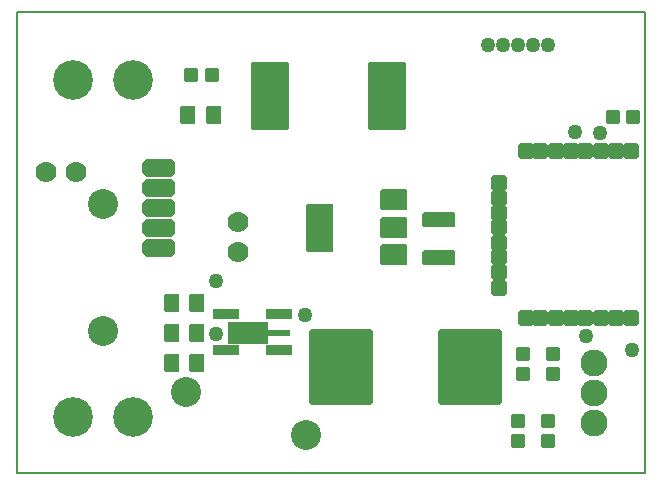
<source format=gts>
G04 PROTEUS RS274X GERBER FILE*
%FSLAX45Y45*%
%MOMM*%
G01*
%ADD73C,1.270000*%
%ADD30C,1.778000*%
%AMPPAD025*
4,1,8,
1.397000,0.433600,
1.397000,-0.433600,
1.068600,-0.762000,
-1.068600,-0.762000,
-1.397000,-0.433600,
-1.397000,0.433600,
-1.068600,0.762000,
1.068600,0.762000,
1.397000,0.433600,
0*%
%ADD31PPAD025*%
%ADD32C,2.540000*%
%AMPPAD027*
4,1,48,
-1.450000,2.877800,
1.450000,2.877800,
1.468480,2.876900,
1.486350,2.874260,
1.503540,2.869960,
1.535550,2.856710,
1.563850,2.837780,
1.587780,2.813850,
1.606700,2.785550,
1.619960,2.753550,
1.624260,2.736350,
1.626900,2.718480,
1.627800,2.700000,
1.627800,-2.700000,
1.626900,-2.718480,
1.624260,-2.736350,
1.619960,-2.753550,
1.606700,-2.785550,
1.587780,-2.813850,
1.563850,-2.837780,
1.535550,-2.856710,
1.503540,-2.869960,
1.486350,-2.874260,
1.468480,-2.876900,
1.450000,-2.877800,
-1.450000,-2.877800,
-1.468480,-2.876900,
-1.486350,-2.874260,
-1.503540,-2.869960,
-1.535550,-2.856710,
-1.563850,-2.837780,
-1.587780,-2.813850,
-1.606700,-2.785550,
-1.619960,-2.753550,
-1.624260,-2.736350,
-1.626900,-2.718480,
-1.627800,-2.700000,
-1.627800,2.700000,
-1.626900,2.718480,
-1.624260,2.736350,
-1.619960,2.753550,
-1.606700,2.785550,
-1.587780,2.813850,
-1.563850,2.837780,
-1.535550,2.856710,
-1.503540,2.869960,
-1.486350,2.874260,
-1.468480,2.876900,
-1.450000,2.877800,
0*%
%ADD33PPAD027*%
%AMPPAD028*
4,1,36,
-1.143000,-0.762000,
-1.143000,0.762000,
-1.140470,0.787970,
-1.133200,0.811980,
-1.121650,0.833580,
-1.106290,0.852290,
-1.087570,0.867650,
-1.065980,0.879200,
-1.041970,0.886470,
-1.016000,0.889000,
1.016000,0.889000,
1.041970,0.886470,
1.065980,0.879200,
1.087570,0.867650,
1.106290,0.852290,
1.121650,0.833580,
1.133200,0.811980,
1.140470,0.787970,
1.143000,0.762000,
1.143000,-0.762000,
1.140470,-0.787970,
1.133200,-0.811980,
1.121650,-0.833580,
1.106290,-0.852290,
1.087570,-0.867650,
1.065980,-0.879200,
1.041970,-0.886470,
1.016000,-0.889000,
-1.016000,-0.889000,
-1.041970,-0.886470,
-1.065980,-0.879200,
-1.087570,-0.867650,
-1.106290,-0.852290,
-1.121650,-0.833580,
-1.133200,-0.811980,
-1.140470,-0.787970,
-1.143000,-0.762000,
0*%
%ADD34PPAD028*%
%AMPPAD029*
4,1,36,
-1.016000,2.032000,
1.016000,2.032000,
1.041970,2.029470,
1.065980,2.022200,
1.087580,2.010650,
1.106290,1.995290,
1.121650,1.976570,
1.133200,1.954980,
1.140470,1.930970,
1.143000,1.905000,
1.143000,-1.905000,
1.140470,-1.930970,
1.133200,-1.954980,
1.121650,-1.976570,
1.106290,-1.995290,
1.087580,-2.010650,
1.065980,-2.022200,
1.041970,-2.029470,
1.016000,-2.032000,
-1.016000,-2.032000,
-1.041970,-2.029470,
-1.065980,-2.022200,
-1.087580,-2.010650,
-1.106290,-1.995290,
-1.121650,-1.976570,
-1.133200,-1.954980,
-1.140470,-1.930970,
-1.143000,-1.905000,
-1.143000,1.905000,
-1.140470,1.930970,
-1.133200,1.954980,
-1.121650,1.976570,
-1.106290,1.995290,
-1.087580,2.010650,
-1.065980,2.022200,
-1.041970,2.029470,
-1.016000,2.032000,
0*%
%ADD35PPAD029*%
%AMPPAD030*
4,1,36,
-1.397000,-0.508000,
-1.397000,0.508000,
-1.394470,0.533970,
-1.387200,0.557980,
-1.375650,0.579580,
-1.360290,0.598290,
-1.341570,0.613650,
-1.319980,0.625200,
-1.295970,0.632470,
-1.270000,0.635000,
1.270000,0.635000,
1.295970,0.632470,
1.319980,0.625200,
1.341570,0.613650,
1.360290,0.598290,
1.375650,0.579580,
1.387200,0.557980,
1.394470,0.533970,
1.397000,0.508000,
1.397000,-0.508000,
1.394470,-0.533970,
1.387200,-0.557980,
1.375650,-0.579580,
1.360290,-0.598290,
1.341570,-0.613650,
1.319980,-0.625200,
1.295970,-0.632470,
1.270000,-0.635000,
-1.270000,-0.635000,
-1.295970,-0.632470,
-1.319980,-0.625200,
-1.341570,-0.613650,
-1.360290,-0.598290,
-1.375650,-0.579580,
-1.387200,-0.557980,
-1.394470,-0.533970,
-1.397000,-0.508000,
0*%
%ADD36PPAD030*%
%AMPPAD031*
4,1,48,
-0.689000,-0.390000,
-0.689000,0.390000,
-0.687720,0.416400,
-0.683950,0.441930,
-0.677800,0.466490,
-0.658870,0.512220,
-0.631840,0.552650,
-0.597640,0.586840,
-0.557220,0.613860,
-0.511490,0.632800,
-0.486930,0.638950,
-0.461400,0.642720,
-0.435000,0.644000,
0.435000,0.644000,
0.461400,0.642720,
0.486930,0.638950,
0.511490,0.632800,
0.557220,0.613860,
0.597640,0.586840,
0.631840,0.552650,
0.658870,0.512220,
0.677800,0.466490,
0.683950,0.441930,
0.687720,0.416400,
0.689000,0.390000,
0.689000,-0.390000,
0.687720,-0.416400,
0.683950,-0.441930,
0.677800,-0.466490,
0.658870,-0.512220,
0.631840,-0.552650,
0.597640,-0.586840,
0.557220,-0.613860,
0.511490,-0.632800,
0.486930,-0.638950,
0.461400,-0.642720,
0.435000,-0.644000,
-0.435000,-0.644000,
-0.461400,-0.642720,
-0.486930,-0.638950,
-0.511490,-0.632800,
-0.557220,-0.613860,
-0.597640,-0.586840,
-0.631840,-0.552650,
-0.658870,-0.512220,
-0.677800,-0.466490,
-0.683950,-0.441930,
-0.687720,-0.416400,
-0.689000,-0.390000,
0*%
%ADD37PPAD031*%
%AMPPAD032*
4,1,48,
-0.390000,0.689000,
0.390000,0.689000,
0.416400,0.687720,
0.441930,0.683950,
0.466490,0.677800,
0.512220,0.658870,
0.552650,0.631840,
0.586840,0.597640,
0.613860,0.557220,
0.632800,0.511490,
0.638950,0.486930,
0.642720,0.461400,
0.644000,0.435000,
0.644000,-0.435000,
0.642720,-0.461400,
0.638950,-0.486930,
0.632800,-0.511490,
0.613860,-0.557220,
0.586840,-0.597640,
0.552650,-0.631840,
0.512220,-0.658870,
0.466490,-0.677800,
0.441930,-0.683950,
0.416400,-0.687720,
0.390000,-0.689000,
-0.390000,-0.689000,
-0.416400,-0.687720,
-0.441930,-0.683950,
-0.466490,-0.677800,
-0.512220,-0.658870,
-0.552650,-0.631840,
-0.586840,-0.597640,
-0.613860,-0.557220,
-0.632800,-0.511490,
-0.638950,-0.486930,
-0.642720,-0.461400,
-0.644000,-0.435000,
-0.644000,0.435000,
-0.642720,0.461400,
-0.638950,0.486930,
-0.632800,0.511490,
-0.613860,0.557220,
-0.586840,0.597640,
-0.552650,0.631840,
-0.512220,0.658870,
-0.466490,0.677800,
-0.441930,0.683950,
-0.416400,0.687720,
-0.390000,0.689000,
0*%
%ADD38PPAD032*%
%AMPPAD033*
4,1,36,
-1.079500,-0.317500,
-1.079500,0.317500,
-1.076970,0.343470,
-1.069700,0.367480,
-1.058150,0.389080,
-1.042790,0.407790,
-1.024070,0.423150,
-1.002480,0.434700,
-0.978470,0.441970,
-0.952500,0.444500,
0.952500,0.444500,
0.978470,0.441970,
1.002480,0.434700,
1.024070,0.423150,
1.042790,0.407790,
1.058150,0.389080,
1.069700,0.367480,
1.076970,0.343470,
1.079500,0.317500,
1.079500,-0.317500,
1.076970,-0.343470,
1.069700,-0.367480,
1.058150,-0.389080,
1.042790,-0.407790,
1.024070,-0.423150,
1.002480,-0.434700,
0.978470,-0.441970,
0.952500,-0.444500,
-0.952500,-0.444500,
-0.978470,-0.441970,
-1.002480,-0.434700,
-1.024070,-0.423150,
-1.042790,-0.407790,
-1.058150,-0.389080,
-1.069700,-0.367480,
-1.076970,-0.343470,
-1.079500,-0.317500,
0*%
%ADD39PPAD033*%
%AMPPAD015*
4,1,8,
2.641600,-0.279400,
2.641600,0.279400,
0.762000,0.279400,
0.762000,0.914400,
-2.641600,0.914400,
-2.641600,-0.914400,
0.762000,-0.914400,
0.762000,-0.279400,
2.641600,-0.279400,
0*%
%ADD23PPAD015*%
%AMPPAD034*
4,1,36,
-0.444500,0.571500,
0.444500,0.571500,
0.470470,0.568970,
0.494480,0.561700,
0.516080,0.550150,
0.534790,0.534790,
0.550150,0.516070,
0.561700,0.494480,
0.568970,0.470470,
0.571500,0.444500,
0.571500,-0.444500,
0.568970,-0.470470,
0.561700,-0.494480,
0.550150,-0.516070,
0.534790,-0.534790,
0.516080,-0.550150,
0.494480,-0.561700,
0.470470,-0.568970,
0.444500,-0.571500,
-0.444500,-0.571500,
-0.470470,-0.568970,
-0.494480,-0.561700,
-0.516080,-0.550150,
-0.534790,-0.534790,
-0.550150,-0.516070,
-0.561700,-0.494480,
-0.568970,-0.470470,
-0.571500,-0.444500,
-0.571500,0.444500,
-0.568970,0.470470,
-0.561700,0.494480,
-0.550150,0.516070,
-0.534790,0.534790,
-0.516080,0.550150,
-0.494480,0.561700,
-0.470470,0.568970,
-0.444500,0.571500,
0*%
%ADD40PPAD034*%
%AMPPAD035*
4,1,48,
-2.500000,3.177800,
2.500000,3.177800,
2.518480,3.176900,
2.536350,3.174260,
2.553540,3.169960,
2.585550,3.156710,
2.613850,3.137780,
2.637780,3.113850,
2.656700,3.085550,
2.669960,3.053550,
2.674260,3.036350,
2.676900,3.018480,
2.677800,3.000000,
2.677800,-3.000000,
2.676900,-3.018480,
2.674260,-3.036350,
2.669960,-3.053550,
2.656700,-3.085550,
2.637780,-3.113850,
2.613850,-3.137780,
2.585550,-3.156710,
2.553540,-3.169960,
2.536350,-3.174260,
2.518480,-3.176900,
2.500000,-3.177800,
-2.500000,-3.177800,
-2.518480,-3.176900,
-2.536350,-3.174260,
-2.553540,-3.169960,
-2.585550,-3.156710,
-2.613850,-3.137780,
-2.637780,-3.113850,
-2.656700,-3.085550,
-2.669960,-3.053550,
-2.674260,-3.036350,
-2.676900,-3.018480,
-2.677800,-3.000000,
-2.677800,3.000000,
-2.676900,3.018480,
-2.674260,3.036350,
-2.669960,3.053550,
-2.656700,3.085550,
-2.637780,3.113850,
-2.613850,3.137780,
-2.585550,3.156710,
-2.553540,3.169960,
-2.536350,3.174260,
-2.518480,3.176900,
-2.500000,3.177800,
0*%
%ADD41PPAD035*%
%AMPPAD036*
4,1,36,
-0.508000,0.762000,
0.508000,0.762000,
0.533970,0.759470,
0.557980,0.752200,
0.579580,0.740650,
0.598290,0.725290,
0.613650,0.706570,
0.625200,0.684980,
0.632470,0.660970,
0.635000,0.635000,
0.635000,-0.635000,
0.632470,-0.660970,
0.625200,-0.684980,
0.613650,-0.706570,
0.598290,-0.725290,
0.579580,-0.740650,
0.557980,-0.752200,
0.533970,-0.759470,
0.508000,-0.762000,
-0.508000,-0.762000,
-0.533970,-0.759470,
-0.557980,-0.752200,
-0.579580,-0.740650,
-0.598290,-0.725290,
-0.613650,-0.706570,
-0.625200,-0.684980,
-0.632470,-0.660970,
-0.635000,-0.635000,
-0.635000,0.635000,
-0.632470,0.660970,
-0.625200,0.684980,
-0.613650,0.706570,
-0.598290,0.725290,
-0.579580,0.740650,
-0.557980,0.752200,
-0.533970,0.759470,
-0.508000,0.762000,
0*%
%ADD42PPAD036*%
%AMPPAD037*
4,1,36,
-0.571500,-0.444500,
-0.571500,0.444500,
-0.568970,0.470470,
-0.561700,0.494480,
-0.550150,0.516080,
-0.534790,0.534790,
-0.516070,0.550150,
-0.494480,0.561700,
-0.470470,0.568970,
-0.444500,0.571500,
0.444500,0.571500,
0.470470,0.568970,
0.494480,0.561700,
0.516070,0.550150,
0.534790,0.534790,
0.550150,0.516080,
0.561700,0.494480,
0.568970,0.470470,
0.571500,0.444500,
0.571500,-0.444500,
0.568970,-0.470470,
0.561700,-0.494480,
0.550150,-0.516080,
0.534790,-0.534790,
0.516070,-0.550150,
0.494480,-0.561700,
0.470470,-0.568970,
0.444500,-0.571500,
-0.444500,-0.571500,
-0.470470,-0.568970,
-0.494480,-0.561700,
-0.516070,-0.550150,
-0.534790,-0.534790,
-0.550150,-0.516080,
-0.561700,-0.494480,
-0.568970,-0.470470,
-0.571500,-0.444500,
0*%
%ADD43PPAD037*%
%ADD44C,3.355600*%
%ADD17C,2.286000*%
%ADD29C,0.203200*%
%TD.AperFunction*%
D73*
X-782597Y+2267427D03*
X-1171382Y+2387805D03*
X-3549729Y+2563215D03*
X-4300000Y+2850000D03*
X-4300000Y+2400000D03*
X-1050000Y+4100000D03*
X-1264429Y+4108194D03*
D30*
X-5487200Y+3775900D03*
X-5741200Y+3775900D03*
D31*
X-4780000Y+3810000D03*
X-4780000Y+3639820D03*
X-4780000Y+3469640D03*
X-4780000Y+3299460D03*
X-4780000Y+3129280D03*
D32*
X-5261000Y+2426500D03*
X-5261000Y+3506000D03*
D30*
X-4118000Y+3352000D03*
X-4118000Y+3098000D03*
D33*
X-3845000Y+4418000D03*
X-2855000Y+4418000D03*
D34*
X-2794000Y+3070860D03*
X-2794000Y+3302000D03*
X-2794000Y+3533140D03*
D35*
X-3423920Y+3302000D03*
D36*
X-2413000Y+3048000D03*
X-2413000Y+3362960D03*
D37*
X-785000Y+3954000D03*
X-915000Y+3954000D03*
X-1045000Y+3954000D03*
X-1175000Y+3954000D03*
X-1295000Y+3954000D03*
X-1425000Y+3954000D03*
X-1555000Y+3954000D03*
X-1675000Y+3954000D03*
D38*
X-1905000Y+3684000D03*
X-1905000Y+3554000D03*
X-1905000Y+3424000D03*
X-1905000Y+3304000D03*
X-1905000Y+3174000D03*
X-1905000Y+3054000D03*
X-1905000Y+2924000D03*
X-1905000Y+2794000D03*
D37*
X-1675000Y+2534000D03*
X-1555000Y+2534000D03*
X-1425000Y+2534000D03*
X-1295000Y+2534000D03*
X-1175000Y+2534000D03*
X-1045000Y+2534000D03*
X-915000Y+2534000D03*
X-785000Y+2534000D03*
D39*
X-3769360Y+2263140D03*
D23*
X-3937000Y+2413000D03*
D39*
X-3766820Y+2567940D03*
X-4216400Y+2567940D03*
X-4216400Y+2263140D03*
D40*
X-939000Y+4241000D03*
X-766280Y+4241000D03*
D32*
X-3541750Y+1544194D03*
X-4556148Y+1913406D03*
D41*
X-3246300Y+2120900D03*
X-2146300Y+2120900D03*
D42*
X-4676000Y+2159000D03*
X-4462640Y+2159000D03*
X-4676000Y+2413000D03*
X-4462640Y+2413000D03*
X-4676000Y+2667000D03*
X-4462640Y+2667000D03*
D43*
X-1701000Y+2059000D03*
X-1701000Y+2231720D03*
D42*
X-4534160Y+4255800D03*
X-4320800Y+4255800D03*
D43*
X-1447000Y+2231720D03*
X-1447000Y+2059000D03*
X-1745000Y+1666000D03*
X-1745000Y+1493280D03*
X-1491000Y+1666000D03*
X-1491000Y+1493280D03*
D40*
X-4337480Y+4594200D03*
X-4510200Y+4594200D03*
D73*
X-1489000Y+4849000D03*
X-1616000Y+4849000D03*
X-1743000Y+4849000D03*
X-1870000Y+4849000D03*
X-1997000Y+4849000D03*
D44*
X-5508000Y+4550000D03*
X-5000000Y+4550000D03*
X-5000000Y+1700000D03*
X-5508000Y+1700000D03*
D17*
X-1100000Y+2154000D03*
X-1100000Y+1900000D03*
X-1100000Y+1646000D03*
D29*
X-5986100Y+1223000D02*
X-666000Y+1223000D01*
X-666000Y+5127000D01*
X-5986100Y+5127000D01*
X-5986100Y+1223000D01*
M02*

</source>
